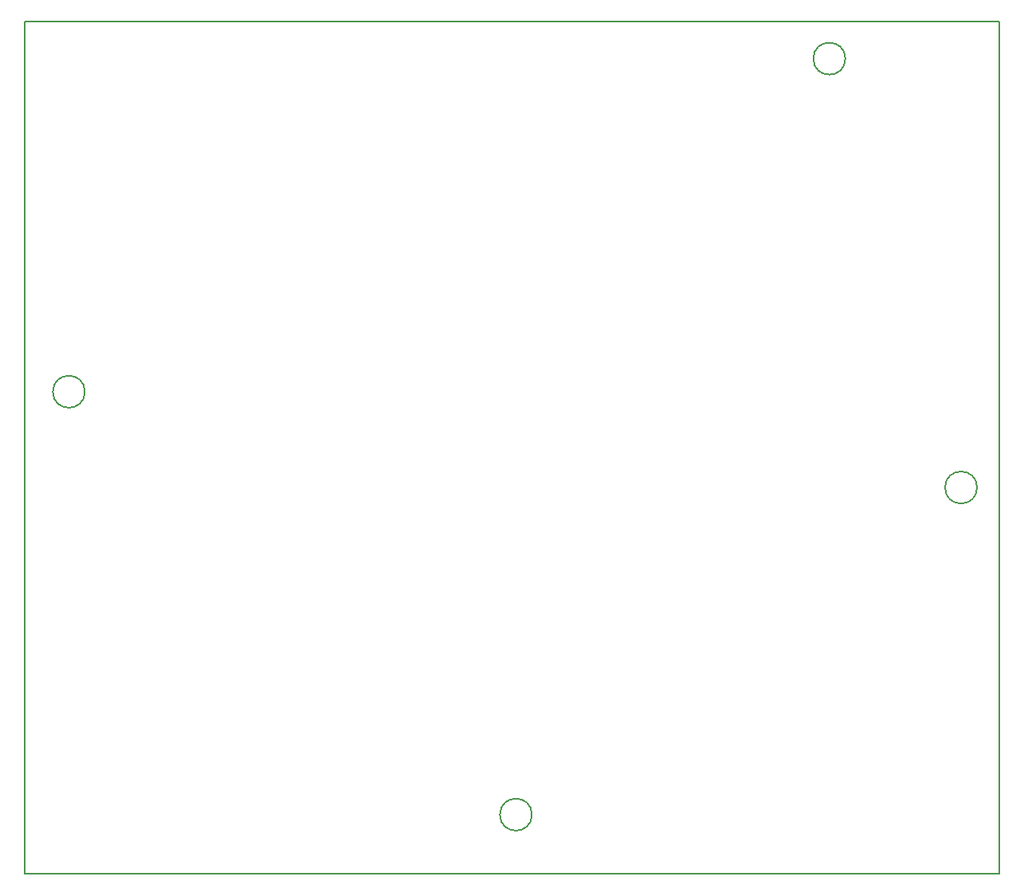
<source format=gbr>
G04 #@! TF.GenerationSoftware,KiCad,Pcbnew,5.1.6*
G04 #@! TF.CreationDate,2020-06-16T10:51:22-04:00*
G04 #@! TF.ProjectId,EVE-PCB-V4,4556452d-5043-4422-9d56-342e6b696361,rev?*
G04 #@! TF.SameCoordinates,Original*
G04 #@! TF.FileFunction,Profile,NP*
%FSLAX46Y46*%
G04 Gerber Fmt 4.6, Leading zero omitted, Abs format (unit mm)*
G04 Created by KiCad (PCBNEW 5.1.6) date 2020-06-16 10:51:22*
%MOMM*%
%LPD*%
G01*
G04 APERTURE LIST*
G04 #@! TA.AperFunction,Profile*
%ADD10C,0.150000*%
G04 #@! TD*
G04 APERTURE END LIST*
D10*
X188694800Y-83589600D02*
G75*
G03*
X188694800Y-83589600I-1700000J0D01*
G01*
X191053346Y-124672269D02*
X191053346Y-34062269D01*
X87553346Y-34062269D02*
X87553346Y-124672269D01*
X93902000Y-73406000D02*
G75*
G03*
X93902000Y-73406000I-1700000J0D01*
G01*
X141400000Y-118364000D02*
G75*
G03*
X141400000Y-118364000I-1700000J0D01*
G01*
X174700000Y-38000000D02*
G75*
G03*
X174700000Y-38000000I-1700000J0D01*
G01*
X87553346Y-124672269D02*
X191053346Y-124672269D01*
X191053346Y-34062269D02*
X87553346Y-34062269D01*
M02*

</source>
